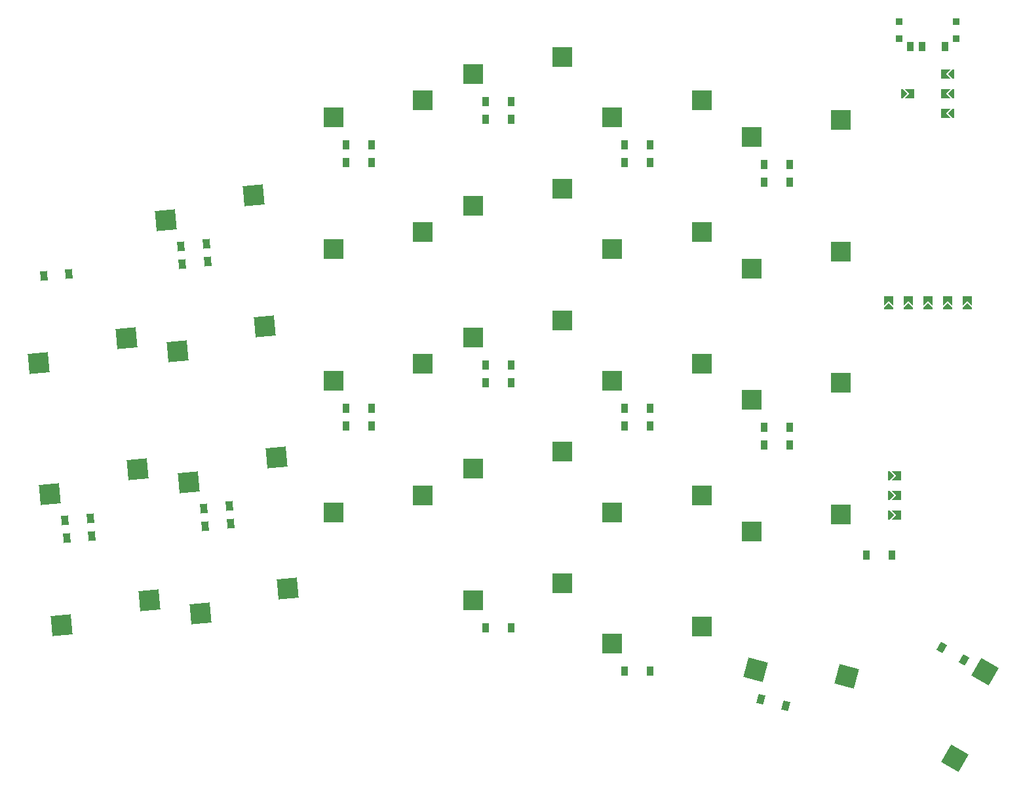
<source format=gtp>
%TF.GenerationSoftware,KiCad,Pcbnew,7.0.10-7.0.10~ubuntu22.04.1*%
%TF.CreationDate,2024-02-09T13:23:23+01:00*%
%TF.ProjectId,keyboard,6b657962-6f61-4726-942e-6b696361645f,v1.0.0*%
%TF.SameCoordinates,Original*%
%TF.FileFunction,Paste,Top*%
%TF.FilePolarity,Positive*%
%FSLAX46Y46*%
G04 Gerber Fmt 4.6, Leading zero omitted, Abs format (unit mm)*
G04 Created by KiCad (PCBNEW 7.0.10-7.0.10~ubuntu22.04.1) date 2024-02-09 13:23:23*
%MOMM*%
%LPD*%
G01*
G04 APERTURE LIST*
G04 Aperture macros list*
%AMRotRect*
0 Rectangle, with rotation*
0 The origin of the aperture is its center*
0 $1 length*
0 $2 width*
0 $3 Rotation angle, in degrees counterclockwise*
0 Add horizontal line*
21,1,$1,$2,0,0,$3*%
%AMFreePoly0*
4,1,6,0.600000,0.200000,0.000000,-0.400000,-0.600000,0.200000,-0.600000,0.400000,0.600000,0.400000,0.600000,0.200000,0.600000,0.200000,$1*%
%AMFreePoly1*
4,1,6,0.600000,-0.250000,-0.600000,-0.250000,-0.600000,1.000000,0.000000,0.400000,0.600000,1.000000,0.600000,-0.250000,0.600000,-0.250000,$1*%
G04 Aperture macros list end*
%ADD10R,0.900000X0.900000*%
%ADD11R,0.900000X1.250000*%
%ADD12R,2.600000X2.600000*%
%ADD13R,0.900000X1.200000*%
%ADD14RotRect,2.600000X2.600000X185.000000*%
%ADD15FreePoly0,270.000000*%
%ADD16FreePoly1,270.000000*%
%ADD17FreePoly0,90.000000*%
%ADD18FreePoly1,90.000000*%
%ADD19FreePoly0,180.000000*%
%ADD20FreePoly1,180.000000*%
%ADD21RotRect,0.900000X1.200000X5.000000*%
%ADD22RotRect,0.900000X1.200000X345.000000*%
%ADD23RotRect,2.600000X2.600000X240.000000*%
%ADD24RotRect,2.600000X2.600000X165.000000*%
%ADD25RotRect,0.900000X1.200000X330.000000*%
G04 APERTURE END LIST*
D10*
%TO.C,T1*%
X160405700Y-53674001D03*
X160405700Y-55874001D03*
X167805700Y-53674001D03*
X167805700Y-55874001D03*
D11*
X166355700Y-56849001D03*
X163355700Y-56849001D03*
X161855700Y-56849001D03*
%TD*%
D12*
%TO.C,S20*%
X123330692Y-83024008D03*
X134880692Y-80824008D03*
%TD*%
D13*
%TO.C,D20*%
X88955699Y-71874007D03*
X92255699Y-71874007D03*
%TD*%
%TO.C,D26*%
X142955696Y-74374007D03*
X146255696Y-74374007D03*
%TD*%
D12*
%TO.C,S22*%
X141330694Y-119524005D03*
X152880694Y-117324005D03*
%TD*%
D14*
%TO.C,S1*%
X52192206Y-131635959D03*
X63506512Y-128437681D03*
%TD*%
D12*
%TO.C,S9*%
X87330691Y-100024003D03*
X98880691Y-97824003D03*
%TD*%
D13*
%TO.C,D19*%
X88955691Y-105874011D03*
X92255691Y-105874011D03*
%TD*%
D15*
%TO.C,J11*%
X167113699Y-60424006D03*
D16*
X166097699Y-60424006D03*
%TD*%
D17*
%TO.C,J4*%
X159347687Y-117383996D03*
D18*
X160363687Y-117383996D03*
%TD*%
D13*
%TO.C,D9*%
X124955694Y-137573999D03*
X128255694Y-137573999D03*
%TD*%
D12*
%TO.C,S23*%
X141330690Y-102524001D03*
X152880690Y-100324001D03*
%TD*%
D14*
%TO.C,S2*%
X50710567Y-114700648D03*
X62024873Y-111502370D03*
%TD*%
D19*
%TO.C,J20*%
X169185693Y-90382002D03*
D20*
X169185693Y-89366002D03*
%TD*%
D13*
%TO.C,D22*%
X106955699Y-66264004D03*
X110255699Y-66264004D03*
%TD*%
D12*
%TO.C,S12*%
X105330694Y-128414005D03*
X116880694Y-126214005D03*
%TD*%
%TO.C,S24*%
X141330702Y-85524002D03*
X152880702Y-83324002D03*
%TD*%
D13*
%TO.C,D4*%
X88955699Y-103574005D03*
X92255699Y-103574005D03*
%TD*%
D19*
%TO.C,J23*%
X161565699Y-90382000D03*
D20*
X161565699Y-89366000D03*
%TD*%
D15*
%TO.C,J13*%
X167113698Y-65524002D03*
D16*
X166097698Y-65524002D03*
%TD*%
D13*
%TO.C,D8*%
X106955694Y-63964002D03*
X110255694Y-63964002D03*
%TD*%
D21*
%TO.C,D1*%
X52638789Y-118095508D03*
X55926231Y-117807894D03*
%TD*%
D14*
%TO.C,S3*%
X49228914Y-97765337D03*
X60543220Y-94567059D03*
%TD*%
D12*
%TO.C,S10*%
X87330696Y-83024001D03*
X98880696Y-80824001D03*
%TD*%
D14*
%TO.C,S6*%
X67160422Y-96196533D03*
X78474728Y-92998255D03*
%TD*%
D13*
%TO.C,D25*%
X142955694Y-108374009D03*
X146255694Y-108374009D03*
%TD*%
%TO.C,D24*%
X124955695Y-71874001D03*
X128255695Y-71874001D03*
%TD*%
D12*
%TO.C,S16*%
X105330697Y-60414005D03*
X116880697Y-58214005D03*
%TD*%
D13*
%TO.C,D10*%
X124955698Y-103574004D03*
X128255698Y-103574004D03*
%TD*%
%TO.C,D28*%
X156205696Y-122574004D03*
X159505696Y-122574004D03*
%TD*%
D19*
%TO.C,J22*%
X164105695Y-90382002D03*
D20*
X164105695Y-89366002D03*
%TD*%
D14*
%TO.C,S5*%
X68642067Y-113131839D03*
X79956373Y-109933561D03*
%TD*%
D12*
%TO.C,S8*%
X87330702Y-117024006D03*
X98880702Y-114824006D03*
%TD*%
D13*
%TO.C,D6*%
X106955698Y-131963998D03*
X110255698Y-131963998D03*
%TD*%
D22*
%TO.C,D14*%
X142553138Y-141213247D03*
X145740694Y-142067349D03*
%TD*%
D17*
%TO.C,J14*%
X161097698Y-62974001D03*
D18*
X162113698Y-62974001D03*
%TD*%
D23*
%TO.C,S27*%
X167605794Y-148764106D03*
X171475538Y-137661513D03*
%TD*%
D19*
%TO.C,J21*%
X166645694Y-90382002D03*
D20*
X166645694Y-89366002D03*
%TD*%
D13*
%TO.C,D23*%
X124955695Y-105874000D03*
X128255695Y-105874000D03*
%TD*%
%TO.C,D12*%
X142955701Y-106074002D03*
X146255701Y-106074002D03*
%TD*%
D12*
%TO.C,S19*%
X123330699Y-100024005D03*
X134880699Y-97824005D03*
%TD*%
%TO.C,S14*%
X105330694Y-94414004D03*
X116880694Y-92214004D03*
%TD*%
%TO.C,S13*%
X105330698Y-111414004D03*
X116880698Y-109214004D03*
%TD*%
D17*
%TO.C,J5*%
X159347696Y-114844003D03*
D18*
X160363696Y-114844003D03*
%TD*%
D17*
%TO.C,J6*%
X159347698Y-112304005D03*
D18*
X160363698Y-112304005D03*
%TD*%
D12*
%TO.C,S18*%
X123330698Y-117024008D03*
X134880698Y-114824008D03*
%TD*%
D21*
%TO.C,D16*%
X49875945Y-86516140D03*
X53163387Y-86228526D03*
%TD*%
D15*
%TO.C,J12*%
X167113695Y-62974005D03*
D16*
X166097695Y-62974005D03*
%TD*%
D19*
%TO.C,J24*%
X159025697Y-90382007D03*
D20*
X159025697Y-89366007D03*
%TD*%
D21*
%TO.C,D17*%
X70770747Y-118817960D03*
X74058189Y-118530346D03*
%TD*%
D13*
%TO.C,D13*%
X142955702Y-72074001D03*
X146255702Y-72074001D03*
%TD*%
D12*
%TO.C,S15*%
X105330698Y-77414005D03*
X116880698Y-75214005D03*
%TD*%
%TO.C,S21*%
X123330690Y-66024001D03*
X134880690Y-63824001D03*
%TD*%
D21*
%TO.C,D15*%
X52839240Y-120386761D03*
X56126682Y-120099147D03*
%TD*%
D12*
%TO.C,S11*%
X87330698Y-66024002D03*
X98880698Y-63824002D03*
%TD*%
D21*
%TO.C,D2*%
X70570285Y-116526704D03*
X73857727Y-116239090D03*
%TD*%
D24*
%TO.C,S26*%
X141902321Y-137363634D03*
X153628166Y-138227957D03*
%TD*%
D21*
%TO.C,D3*%
X67606995Y-82656078D03*
X70894437Y-82368464D03*
%TD*%
D14*
%TO.C,S7*%
X65678781Y-79261222D03*
X76993087Y-76062944D03*
%TD*%
D25*
%TO.C,D27*%
X165932968Y-134461509D03*
X168790852Y-136111509D03*
%TD*%
D12*
%TO.C,S25*%
X141330694Y-68524002D03*
X152880694Y-66324002D03*
%TD*%
D13*
%TO.C,D21*%
X106955700Y-100264000D03*
X110255700Y-100264000D03*
%TD*%
D14*
%TO.C,S4*%
X70123724Y-130067151D03*
X81438030Y-126868873D03*
%TD*%
D12*
%TO.C,S17*%
X123330699Y-134023999D03*
X134880699Y-131823999D03*
%TD*%
D13*
%TO.C,D11*%
X124955699Y-69574006D03*
X128255699Y-69574006D03*
%TD*%
%TO.C,D5*%
X88955704Y-69574007D03*
X92255704Y-69574007D03*
%TD*%
%TO.C,D7*%
X106955698Y-97964002D03*
X110255698Y-97964002D03*
%TD*%
D21*
%TO.C,D18*%
X67807446Y-84947330D03*
X71094888Y-84659716D03*
%TD*%
M02*

</source>
